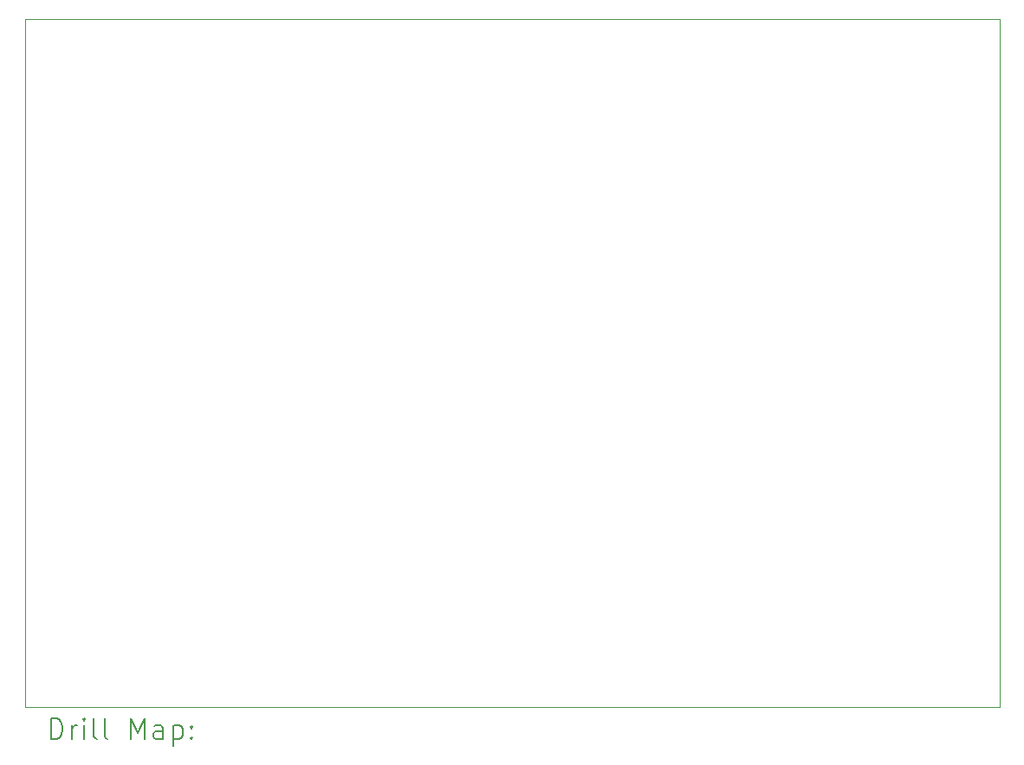
<source format=gbr>
%TF.GenerationSoftware,KiCad,Pcbnew,7.0.5-0*%
%TF.CreationDate,2023-06-24T13:36:58+02:00*%
%TF.ProjectId,spoje_pcb,73706f6a-655f-4706-9362-2e6b69636164,rev?*%
%TF.SameCoordinates,Original*%
%TF.FileFunction,Drillmap*%
%TF.FilePolarity,Positive*%
%FSLAX45Y45*%
G04 Gerber Fmt 4.5, Leading zero omitted, Abs format (unit mm)*
G04 Created by KiCad (PCBNEW 7.0.5-0) date 2023-06-24 13:36:58*
%MOMM*%
%LPD*%
G01*
G04 APERTURE LIST*
%ADD10C,0.100000*%
%ADD11C,0.200000*%
G04 APERTURE END LIST*
D10*
X9525000Y-4826000D02*
X19050000Y-4826000D01*
X19050000Y-11557000D01*
X9525000Y-11557000D01*
X9525000Y-4826000D01*
D11*
X9780777Y-11873484D02*
X9780777Y-11673484D01*
X9780777Y-11673484D02*
X9828396Y-11673484D01*
X9828396Y-11673484D02*
X9856967Y-11683008D01*
X9856967Y-11683008D02*
X9876015Y-11702055D01*
X9876015Y-11702055D02*
X9885539Y-11721103D01*
X9885539Y-11721103D02*
X9895063Y-11759198D01*
X9895063Y-11759198D02*
X9895063Y-11787769D01*
X9895063Y-11787769D02*
X9885539Y-11825865D01*
X9885539Y-11825865D02*
X9876015Y-11844912D01*
X9876015Y-11844912D02*
X9856967Y-11863960D01*
X9856967Y-11863960D02*
X9828396Y-11873484D01*
X9828396Y-11873484D02*
X9780777Y-11873484D01*
X9980777Y-11873484D02*
X9980777Y-11740150D01*
X9980777Y-11778246D02*
X9990301Y-11759198D01*
X9990301Y-11759198D02*
X9999824Y-11749674D01*
X9999824Y-11749674D02*
X10018872Y-11740150D01*
X10018872Y-11740150D02*
X10037920Y-11740150D01*
X10104586Y-11873484D02*
X10104586Y-11740150D01*
X10104586Y-11673484D02*
X10095063Y-11683008D01*
X10095063Y-11683008D02*
X10104586Y-11692531D01*
X10104586Y-11692531D02*
X10114110Y-11683008D01*
X10114110Y-11683008D02*
X10104586Y-11673484D01*
X10104586Y-11673484D02*
X10104586Y-11692531D01*
X10228396Y-11873484D02*
X10209348Y-11863960D01*
X10209348Y-11863960D02*
X10199824Y-11844912D01*
X10199824Y-11844912D02*
X10199824Y-11673484D01*
X10333158Y-11873484D02*
X10314110Y-11863960D01*
X10314110Y-11863960D02*
X10304586Y-11844912D01*
X10304586Y-11844912D02*
X10304586Y-11673484D01*
X10561729Y-11873484D02*
X10561729Y-11673484D01*
X10561729Y-11673484D02*
X10628396Y-11816341D01*
X10628396Y-11816341D02*
X10695063Y-11673484D01*
X10695063Y-11673484D02*
X10695063Y-11873484D01*
X10876015Y-11873484D02*
X10876015Y-11768722D01*
X10876015Y-11768722D02*
X10866491Y-11749674D01*
X10866491Y-11749674D02*
X10847444Y-11740150D01*
X10847444Y-11740150D02*
X10809348Y-11740150D01*
X10809348Y-11740150D02*
X10790301Y-11749674D01*
X10876015Y-11863960D02*
X10856967Y-11873484D01*
X10856967Y-11873484D02*
X10809348Y-11873484D01*
X10809348Y-11873484D02*
X10790301Y-11863960D01*
X10790301Y-11863960D02*
X10780777Y-11844912D01*
X10780777Y-11844912D02*
X10780777Y-11825865D01*
X10780777Y-11825865D02*
X10790301Y-11806817D01*
X10790301Y-11806817D02*
X10809348Y-11797293D01*
X10809348Y-11797293D02*
X10856967Y-11797293D01*
X10856967Y-11797293D02*
X10876015Y-11787769D01*
X10971253Y-11740150D02*
X10971253Y-11940150D01*
X10971253Y-11749674D02*
X10990301Y-11740150D01*
X10990301Y-11740150D02*
X11028396Y-11740150D01*
X11028396Y-11740150D02*
X11047444Y-11749674D01*
X11047444Y-11749674D02*
X11056967Y-11759198D01*
X11056967Y-11759198D02*
X11066491Y-11778246D01*
X11066491Y-11778246D02*
X11066491Y-11835388D01*
X11066491Y-11835388D02*
X11056967Y-11854436D01*
X11056967Y-11854436D02*
X11047444Y-11863960D01*
X11047444Y-11863960D02*
X11028396Y-11873484D01*
X11028396Y-11873484D02*
X10990301Y-11873484D01*
X10990301Y-11873484D02*
X10971253Y-11863960D01*
X11152205Y-11854436D02*
X11161729Y-11863960D01*
X11161729Y-11863960D02*
X11152205Y-11873484D01*
X11152205Y-11873484D02*
X11142682Y-11863960D01*
X11142682Y-11863960D02*
X11152205Y-11854436D01*
X11152205Y-11854436D02*
X11152205Y-11873484D01*
X11152205Y-11749674D02*
X11161729Y-11759198D01*
X11161729Y-11759198D02*
X11152205Y-11768722D01*
X11152205Y-11768722D02*
X11142682Y-11759198D01*
X11142682Y-11759198D02*
X11152205Y-11749674D01*
X11152205Y-11749674D02*
X11152205Y-11768722D01*
M02*

</source>
